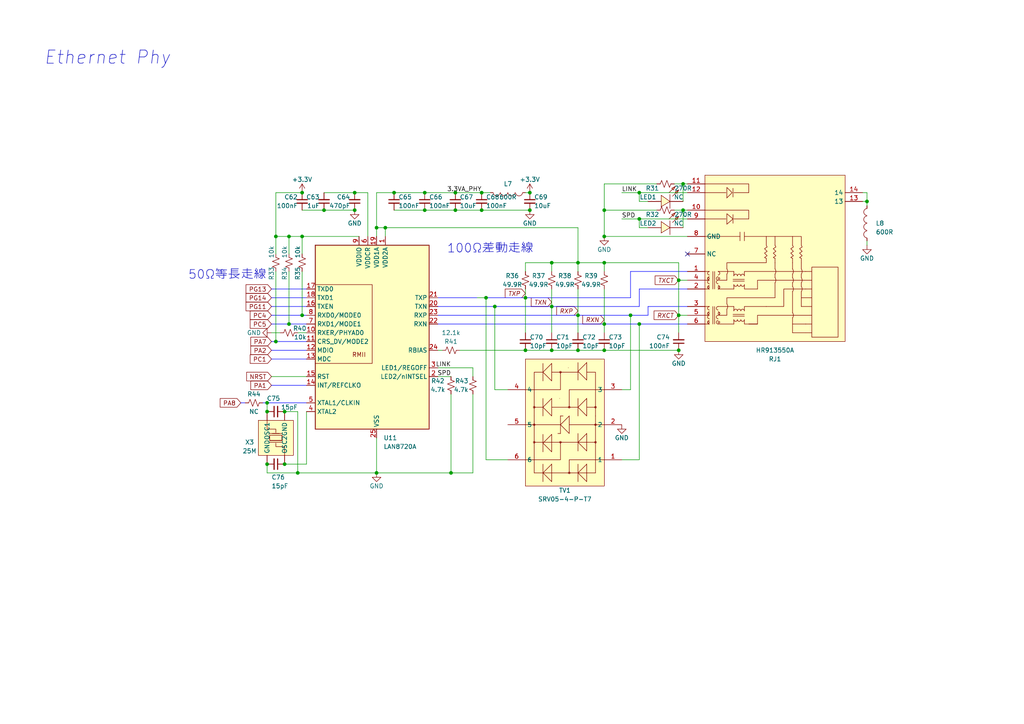
<source format=kicad_sch>
(kicad_sch (version 20211123) (generator eeschema)
  (paper "A4")
  (title_block (date "2022-10-21") (rev "100") (company "A. Chen") (comment 1 "CCTV3_F407ZET_REV100"))
  (lib_symbols
    (symbol "Interface_Ethernet:LAN8720A"
      (property "Reference" "U" (at -13.97 29.21 0))
      (property "Value" "LAN8720A" (at 15.24 29.21 0))
      (symbol "LAN8720A_0_0"
        (text "RMII" (at -5.08 -3.81 0) (effects (font (size 1.27 1.27))))
      )
      (symbol "LAN8720A_0_1"
        (rectangle (start -17.78 27.94) (end 15.24 -25.4) (stroke (width 0.254)) (fill (type background)))
        (polyline (pts (xy -17.78 -6.35) (xy -1.27 -6.35) (xy -1.27 16.51) (xy -17.78 16.51)))
      )
      (symbol "LAN8720A_1_1"
        (pin power_in line (at 2.54 30.48 270) (length 2.54) (name "VDD2A") (number "1"))
        (pin output line (at -20.32 2.54 0) (length 2.54) (name "RXER/PHYAD0") (number "10"))
        (pin output line (at -20.32 0 0) (length 2.54) (name "CRS_DV/MODE2") (number "11"))
        (pin bidirectional line (at -20.32 -2.54 0) (length 2.54) (name "MDIO") (number "12"))
        (pin input line (at -20.32 -5.08 0) (length 2.54) (name "MDC") (number "13"))
        (pin output line (at -20.32 -12.7 0) (length 2.54) (name "INT/REFCLKO") (number "14"))
        (pin input line (at -20.32 -10.16 0) (length 2.54) (name "RST") (number "15"))
        (pin input line (at -20.32 10.16 0) (length 2.54) (name "TXEN") (number "16"))
        (pin input line (at -20.32 15.24 0) (length 2.54) (name "TXD0") (number "17"))
        (pin input line (at -20.32 12.7 0) (length 2.54) (name "TXD1") (number "18"))
        (pin power_in line (at 0 30.48 270) (length 2.54) (name "VDD1A") (number "19"))
        (pin bidirectional line (at 17.78 -10.16 180) (length 2.54) (name "LED2/nINTSEL") (number "2"))
        (pin output line (at 17.78 10.16 180) (length 2.54) (name "TXN") (number "20"))
        (pin output line (at 17.78 12.7 180) (length 2.54) (name "TXP") (number "21"))
        (pin output line (at 17.78 5.08 180) (length 2.54) (name "RXN") (number "22"))
        (pin output line (at 17.78 7.62 180) (length 2.54) (name "RXP") (number "23"))
        (pin input line (at 17.78 -2.54 180) (length 2.54) (name "RBIAS") (number "24"))
        (pin power_in line (at 0 -27.94 90) (length 2.54) (name "VSS") (number "25"))
        (pin bidirectional line (at 17.78 -7.62 180) (length 2.54) (name "LED1/REGOFF") (number "3"))
        (pin passive line (at -20.32 -20.32 0) (length 2.54) (name "XTAL2") (number "4"))
        (pin passive line (at -20.32 -17.78 0) (length 2.54) (name "XTAL1/CLKIN") (number "5"))
        (pin power_in line (at -2.54 30.48 270) (length 2.54) (name "VDDCR") (number "6"))
        (pin output line (at -20.32 5.08 0) (length 2.54) (name "RXD1/MODE1") (number "7"))
        (pin output line (at -20.32 7.62 0) (length 2.54) (name "RXD0/MODE0") (number "8"))
        (pin power_in line (at -5.08 30.48 270) (length 2.54) (name "VDDIO") (number "9"))
      )
    )
    (symbol "lcsc_parts:0603White light_C2290" (pin_numbers hide) (pin_names hide)
      (property "Reference" "LED" (at 0 3.81 0))
      (property "Value" "0603White light_C2290" (at 0 -6.35 0))
      (symbol "0603White light_C2290_0_1"
        (polyline (pts (xy 1.02 1.27) (xy 2.79 3.05)))
        (polyline (pts (xy 1.27 0.76) (xy 1.27 -3.3)))
        (polyline (pts (xy 2.03 0.25) (xy 3.81 2.03)))
        (polyline (pts (xy -1.27 -2.79) (xy 1.27 -1.27) (xy -1.27 0.51) (xy -1.27 -2.79)) (fill (type background)))
        (polyline (pts (xy 2.79 3.05) (xy 1.78 2.54) (xy 2.29 2.03) (xy 2.79 3.05)) (fill (type background)))
        (polyline (pts (xy 3.81 2.03) (xy 2.79 1.52) (xy 3.3 1.02) (xy 3.81 2.03)) (fill (type background)))
        (pin unspecified line (at -5.08 -1.27 0) (length 3.81) (name "A") (number "1"))
        (pin unspecified line (at 5.08 -1.27 180) (length 3.81) (name "K") (number "2"))
      )
    )
    (symbol "lcsc_parts:Cap" (pin_numbers hide) (pin_names (offset 0.254) hide)
      (property "Reference" "C" (at 0.254 1.778 0))
      (property "Value" "Cap" (at 0.254 -2.032 0))
      (symbol "Cap_0_1"
        (polyline (pts (xy -1.524 -0.508) (xy 1.524 -0.508)) (stroke (width 0.3302)))
        (polyline (pts (xy -1.524 0.508) (xy 1.524 0.508)) (stroke (width 0.3048)))
      )
      (symbol "Cap_1_1"
        (pin passive line (at 0 2.54 270) (length 2.032) (name "~") (number "1"))
        (pin passive line (at 0 -2.54 90) (length 2.032) (name "~") (number "2"))
      )
    )
    (symbol "lcsc_parts:GZ1608D601TF" (pin_numbers hide) (pin_names hide)
      (property "Reference" "L" (at 0 5.08 0))
      (property "Value" "GZ1608D601TF" (at 0 -5.08 0))
      (symbol "GZ1608D601TF_0_1"
        (arc (start -4.29 -0.02) (mid -2.52 -0.79) (end -2.27 -0.02))
        (arc (start -2.13 -0.02) (mid -0.36 -0.79) (end -0.11 -0.02))
        (arc (start 0.02 -0.02) (mid 1.79 -0.79) (end 2.04 -0.02))
        (arc (start 2.21 -0.02) (mid 3.3 -1.12) (end 4.23 -0.02))
        (pin unspecified line (at -5.08 0 0) (length 0.762) (name "1") (number "1"))
        (pin unspecified line (at 5.08 0 180) (length 0.762) (name "2") (number "2"))
      )
    )
    (symbol "lcsc_parts:HR913550A"
      (property "Reference" "RJ" (at 0 24.13 0))
      (property "Value" "HR913550A" (at 0 -26.67 0))
      (symbol "HR913550A_0_1"
        (rectangle (start -20.32 24.13) (end 20.32 -24.13) (fill (type background)))
        (circle (center -19.3 5.84) (radius 0.25))
        (circle (center -19.3 8.38) (radius 0.25))
        (circle (center -19.3 16) (radius 0.25))
        (circle (center -19.3 18.54) (radius 0.25))
        (arc (start -19.05 4.83) (mid -19.5499 4.32) (end -19.05 3.81))
        (arc (start -19.05 6.35) (mid -19.5552 5.84) (end -19.05 5.33))
        (arc (start -19.05 7.37) (mid -19.5552 6.86) (end -19.05 6.35))
        (arc (start -19.05 8.89) (mid -19.5697 8.38) (end -19.05 7.87))
        (arc (start -19.05 14.99) (mid -19.5552 14.48) (end -19.05 13.97))
        (arc (start -19.05 16.51) (mid -19.5697 16) (end -19.05 15.49))
        (arc (start -19.05 17.53) (mid -19.5552 17.02) (end -19.05 16.51))
        (arc (start -19.05 19.05) (mid -19.5552 18.54) (end -19.05 18.03))
        (arc (start -16.51 3.81) (mid -15.9897 4.32) (end -16.51 4.83))
        (arc (start -16.51 6.35) (mid -16.97 6.05) (end -16.51 5.33))
        (arc (start -16.51 7.37) (mid -16.97 7.07) (end -16.51 6.35))
        (arc (start -16.51 7.87) (mid -16.0095 8.38) (end -16.51 8.89))
        (arc (start -16.51 14.99) (mid -16.97 14.69) (end -16.51 13.97))
        (arc (start -16.51 15.49) (mid -16.0095 16) (end -16.51 16.51))
        (arc (start -16.51 17.53) (mid -16.97 17.23) (end -16.51 16.51))
        (arc (start -16.51 19.05) (mid -16.97 18.75) (end -16.51 18.03))
        (circle (center -16.26 5.84) (radius 0.25))
        (circle (center -16.26 8.38) (radius 0.25))
        (circle (center -16.26 16) (radius 0.25))
        (circle (center -16.26 18.54) (radius 0.25))
        (arc (start -13.98 3.06) (mid -11.6831 3.7998) (end -13.97 4.57))
        (arc (start -13.98 13.22) (mid -11.6831 13.9598) (end -13.97 14.73))
        (arc (start -11.94 5.08) (mid -11.43 4.5594) (end -10.92 5.08))
        (arc (start -11.94 15.24) (mid -11.43 14.7194) (end -10.92 15.24))
        (arc (start -10.92 5.08) (mid -10.415 4.5874) (end -9.91 5.08))
        (arc (start -10.92 7.62) (mid -11.43 8.1196) (end -11.94 7.62))
        (arc (start -10.92 15.24) (mid -10.415 14.7474) (end -9.91 15.24))
        (arc (start -10.92 17.78) (mid -11.43 18.2796) (end -11.94 17.78))
        (arc (start -9.91 5.08) (mid -9.4 4.5594) (end -8.89 5.08))
        (arc (start -9.91 7.62) (mid -10.415 8.1378) (end -10.92 7.62))
        (arc (start -9.91 15.24) (mid -9.4 14.7194) (end -8.89 15.24))
        (arc (start -9.91 17.78) (mid -10.415 18.2978) (end -10.92 17.78))
        (arc (start -8.89 7.62) (mid -9.4 8.1196) (end -9.91 7.62))
        (arc (start -8.89 17.78) (mid -9.4 18.2796) (end -9.91 17.78))
        (arc (start -0.01 3.06) (mid 2.2869 3.7998) (end 0 4.57))
        (arc (start -0.01 5.6) (mid 2.2869 6.3398) (end 0 7.11))
        (polyline (pts (xy -20.32 6.35) (xy -19.05 6.35)))
        (polyline (pts (xy -20.32 16.51) (xy -19.05 16.51)))
        (polyline (pts (xy -19.05 3.81) (xy -20.32 3.81)))
        (polyline (pts (xy -19.05 8.89) (xy -20.32 8.89)))
        (polyline (pts (xy -19.05 13.97) (xy -20.32 13.97)))
        (polyline (pts (xy -19.05 19.05) (xy -20.32 19.05)))
        (polyline (pts (xy -18.03 8.89) (xy -18.03 3.81)))
        (polyline (pts (xy -18.03 19.05) (xy -18.03 13.97)))
        (polyline (pts (xy -17.53 8.89) (xy -17.53 3.81)))
        (polyline (pts (xy -17.53 19.05) (xy -17.53 13.97)))
        (polyline (pts (xy -16.51 3.81) (xy -11.94 3.81)))
        (polyline (pts (xy -16.51 8.89) (xy -11.94 8.89)))
        (polyline (pts (xy -16.51 13.97) (xy -11.94 13.97)))
        (polyline (pts (xy -16.51 19.05) (xy -11.94 19.05)))
        (polyline (pts (xy -14.22 -19.05) (xy -20.32 -19.05)))
        (polyline (pts (xy -14.22 -11.43) (xy -20.32 -11.43)))
        (polyline (pts (xy -13.97 6.35) (xy -16.51 6.35)))
        (polyline (pts (xy -13.97 6.35) (xy -13.97 4.57)))
        (polyline (pts (xy -13.97 16.51) (xy -16.51 16.51)))
        (polyline (pts (xy -13.97 16.51) (xy -13.97 14.73)))
        (polyline (pts (xy -12.19 -17.78) (xy -12.19 -20.32)))
        (polyline (pts (xy -12.19 -10.16) (xy -12.19 -12.7)))
        (polyline (pts (xy -12.19 6.1) (xy -8.89 6.1)))
        (polyline (pts (xy -12.19 6.6) (xy -8.89 6.6)))
        (polyline (pts (xy -12.19 16.26) (xy -8.89 16.26)))
        (polyline (pts (xy -12.19 16.76) (xy -8.89 16.76)))
        (polyline (pts (xy -11.94 -19.05) (xy -7.62 -19.05)))
        (polyline (pts (xy -11.94 -11.43) (xy -7.62 -11.43)))
        (polyline (pts (xy -11.94 5.08) (xy -11.94 3.81)))
        (polyline (pts (xy -11.94 8.89) (xy -11.94 7.62)))
        (polyline (pts (xy -11.94 15.24) (xy -11.94 13.97)))
        (polyline (pts (xy -11.94 19.05) (xy -11.94 17.78)))
        (polyline (pts (xy -10.16 -6.35) (xy -20.32 -6.35)))
        (polyline (pts (xy -10.16 -5.08) (xy -10.16 -7.62)))
        (polyline (pts (xy -8.89 -5.08) (xy -8.89 -7.62)))
        (polyline (pts (xy -2.54 -3.81) (xy -2.54 -6.35)))
        (polyline (pts (xy -2.54 1.27) (xy -2.54 0)))
        (polyline (pts (xy -2.54 11.43) (xy 0 11.43)))
        (polyline (pts (xy 0 -3.81) (xy 0 -6.35)))
        (polyline (pts (xy 0 1.27) (xy 0 0)))
        (polyline (pts (xy 0 3.05) (xy 0 1.27)))
        (polyline (pts (xy 0 5.59) (xy 0 4.57)))
        (polyline (pts (xy 0 11.43) (xy 0 7.11)))
        (polyline (pts (xy 5.08 -3.81) (xy 5.08 -6.35)))
        (polyline (pts (xy 5.08 1.27) (xy 5.08 0)))
        (polyline (pts (xy 5.08 3.05) (xy 5.08 1.27)))
        (polyline (pts (xy 5.08 5.59) (xy 5.08 4.57)))
        (polyline (pts (xy 5.08 8.13) (xy 5.08 7.11)))
        (polyline (pts (xy 5.08 15.75) (xy 5.08 9.65)))
        (polyline (pts (xy 5.08 19.05) (xy 8.89 19.05)))
        (polyline (pts (xy 5.08 21.59) (xy 5.08 17.27)))
        (polyline (pts (xy 5.08 21.59) (xy 8.89 21.59)))
        (polyline (pts (xy 7.62 -3.81) (xy 7.62 -5.08)))
        (polyline (pts (xy 7.62 1.27) (xy 7.62 0)))
        (polyline (pts (xy 7.62 3.05) (xy 7.62 1.27)))
        (polyline (pts (xy 7.62 5.59) (xy 7.62 4.57)))
        (polyline (pts (xy 7.62 8.13) (xy 7.62 7.11)))
        (polyline (pts (xy 7.62 11.43) (xy 7.62 9.65)))
        (polyline (pts (xy 7.62 11.43) (xy 7.62 13.97)))
        (polyline (pts (xy 10.67 3.81) (xy 8.89 3.81)))
        (polyline (pts (xy 10.67 6.35) (xy 8.89 6.35)))
        (polyline (pts (xy 10.67 8.89) (xy 8.89 8.89)))
        (polyline (pts (xy 10.67 11.43) (xy 7.62 11.43)))
        (polyline (pts (xy 10.67 13.97) (xy 7.62 13.97)))
        (polyline (pts (xy 10.67 16.51) (xy 8.89 16.51)))
        (polyline (pts (xy 10.67 19.05) (xy 8.89 19.05)))
        (polyline (pts (xy 10.67 21.59) (xy 8.89 21.59)))
        (polyline (pts (xy -13.97 3.05) (xy -13.97 1.27) (xy -2.54 1.27)))
        (polyline (pts (xy -13.97 13.21) (xy -13.97 11.43) (xy -2.54 11.43)))
        (polyline (pts (xy -8.89 5.08) (xy -8.89 3.81) (xy 8.89 3.81)))
        (polyline (pts (xy -8.89 7.62) (xy -8.89 8.89) (xy -5.08 8.89)))
        (polyline (pts (xy -8.89 15.24) (xy -8.89 13.97) (xy -2.54 13.97)))
        (polyline (pts (xy -8.89 17.78) (xy -8.89 19.05) (xy -5.08 19.05)))
        (polyline (pts (xy -7.62 -19.05) (xy -7.62 -21.59) (xy -20.32 -21.59)))
        (polyline (pts (xy -7.62 -11.43) (xy -7.62 -13.97) (xy -20.32 -13.97)))
        (polyline (pts (xy -5.08 8.89) (xy -5.08 6.35) (xy 8.89 6.35)))
        (polyline (pts (xy 7.62 -5.08) (xy 7.62 -6.35) (xy -8.89 -6.35)))
        (polyline (pts (xy -13.97 -17.53) (xy -13.97 -20.57) (xy -12.45 -19.05) (xy -13.97 -17.53)) (fill (type background)))
        (polyline (pts (xy -13.97 -9.91) (xy -13.97 -12.95) (xy -12.19 -11.43) (xy -13.97 -9.91)) (fill (type background)))
        (polyline (pts (xy -7.62 19.05) (xy -5.08 19.05) (xy -5.08 16.51) (xy 8.89 16.51)))
        (polyline (pts (xy -2.54 13.97) (xy 2.54 13.97) (xy 2.54 8.89) (xy 8.89 8.89)))
        (polyline (pts (xy 10.67 22.86) (xy 18.29 22.86) (xy 18.29 2.54) (xy 10.67 2.54) (xy 10.67 22.86)) (fill (type background)))
        (polyline (pts (xy -2.54 0) (xy -3.05 -0.25) (xy -2.29 -0.76) (xy -3.05 -1.52) (xy -2.29 -2.03) (xy -3.05 -2.79) (xy -2.29 -3.3) (xy -2.54 -3.81)))
        (polyline (pts (xy 0 0) (xy -0.51 -0.25) (xy 0.25 -0.76) (xy -0.51 -1.52) (xy 0.25 -2.03) (xy -0.51 -2.79) (xy 0.25 -3.3) (xy 0 -3.81)))
        (polyline (pts (xy 5.08 0) (xy 4.57 -0.25) (xy 5.33 -0.76) (xy 4.57 -1.52) (xy 5.33 -2.03) (xy 4.57 -2.79) (xy 5.33 -3.3) (xy 5.08 -3.81)))
        (polyline (pts (xy 7.62 0) (xy 7.11 -0.25) (xy 7.87 -0.76) (xy 7.11 -1.52) (xy 7.87 -2.03) (xy 7.11 -2.79) (xy 7.87 -3.3) (xy 7.62 -3.81)))
        (arc (start 5.07 3.06) (mid 7.3675 3.7994) (end 5.08 4.57))
        (arc (start 5.07 5.6) (mid 7.3675 6.3394) (end 5.08 7.11))
        (arc (start 5.07 8.14) (mid 7.3675 8.8794) (end 5.08 9.65))
        (arc (start 5.07 15.76) (mid 7.3675 16.4994) (end 5.08 17.27))
        (arc (start 7.61 3.06) (mid 9.9075 3.7994) (end 7.62 4.57))
        (arc (start 7.61 5.6) (mid 9.9075 6.3394) (end 7.62 7.11))
        (arc (start 7.61 8.14) (mid 9.9075 8.8794) (end 7.62 9.65))
        (pin unspecified line (at -25.4 3.81 0) (length 5.08) (name "") (number "1"))
        (pin unspecified line (at -25.4 -13.97 0) (length 5.08) (name "") (number "10"))
        (pin unspecified line (at -25.4 -21.59 0) (length 5.08) (name "") (number "11"))
        (pin unspecified line (at -25.4 -19.05 0) (length 5.08) (name "") (number "12"))
        (pin unspecified line (at 25.4 -16.51 180) (length 5.08) (name "13") (number "13"))
        (pin unspecified line (at 25.4 -19.05 180) (length 5.08) (name "14") (number "14"))
        (pin unspecified line (at -25.4 8.89 0) (length 5.08) (name "") (number "2"))
        (pin unspecified line (at -25.4 13.97 0) (length 5.08) (name "") (number "3"))
        (pin unspecified line (at -25.4 6.35 0) (length 5.08) (name "") (number "4"))
        (pin unspecified line (at -25.4 16.51 0) (length 5.08) (name "") (number "5"))
        (pin unspecified line (at -25.4 19.05 0) (length 5.08) (name "") (number "6"))
        (pin unspecified line (at -25.4 -1.27 0) (length 5.08) (name "NC") (number "7"))
        (pin unspecified line (at -25.4 -6.35 0) (length 5.08) (name "GND") (number "8"))
        (pin unspecified line (at -25.4 -11.43 0) (length 5.08) (name "") (number "9"))
      )
    )
    (symbol "lcsc_parts:Osc_25M_12pF" (pin_numbers hide)
      (property "Reference" "X" (at 0 7.62 0))
      (property "Value" "Osc_25M_12pF" (at 0 -7.62 0))
      (symbol "Osc_25M_12pF_0_1"
        (rectangle (start -5.08 5.08) (end 5.08 -5.08) (fill (type background)))
        (polyline (pts (xy -1.27 -1.78) (xy -1.27 1.78)))
        (polyline (pts (xy -1.27 -1.02) (xy -1.27 1.02)))
        (polyline (pts (xy 0.76 -1.78) (xy -0.76 -1.78)))
        (polyline (pts (xy 1.27 -1.78) (xy 1.27 1.78)))
        (polyline (pts (xy 1.27 -1.02) (xy 1.27 1.02)))
        (polyline (pts (xy -5.08 -2.54) (xy -2.54 -2.54) (xy -2.54 0) (xy -1.52 0)))
        (polyline (pts (xy -0.76 -1.78) (xy -0.76 1.78) (xy 0.76 1.78) (xy 0.76 -1.78)))
        (polyline (pts (xy 5.08 2.54) (xy 2.54 2.54) (xy 2.54 0) (xy 1.52 0)))
        (polyline (pts (xy 0.76 1.78) (xy 0.76 -1.78) (xy -0.76 -1.78) (xy -0.76 1.78) (xy 0.76 1.78)) (fill (type background)))
        (pin unspecified line (at -7.62 -2.54 0) (length 2.54) (name "OSC1") (number "1"))
        (pin unspecified line (at 7.62 -2.54 180) (length 2.54) (name "GND") (number "2"))
        (pin unspecified line (at 7.62 2.54 180) (length 2.54) (name "OSC2") (number "3"))
        (pin unspecified line (at -7.62 2.54 0) (length 2.54) (name "GND") (number "4"))
      )
    )
    (symbol "lcsc_parts:Res" (pin_numbers hide) (pin_names (offset 0.254) hide)
      (property "Reference" "R" (at 0.762 0.508 0))
      (property "Value" "Res" (at 0.762 -1.016 0))
      (symbol "Res_1_1"
        (polyline (pts (xy 0 0) (xy 1.016 -0.381) (xy 0 -0.762) (xy -1.016 -1.143) (xy 0 -1.524)))
        (polyline (pts (xy 0 1.524) (xy 1.016 1.143) (xy 0 0.762) (xy -1.016 0.381) (xy 0 0)))
        (pin passive line (at 0 2.54 270) (length 1.016) (name "~") (number "1"))
        (pin passive line (at 0 -2.54 90) (length 1.016) (name "~") (number "2"))
      )
    )
    (symbol "lcsc_parts:SRV05-4-P-T7"
      (property "Reference" "TV" (at 0 13.97 0))
      (property "Value" "SRV05-4-P-T7" (at 0 -16.51 0))
      (symbol "SRV05-4-P-T7_0_1"
        (rectangle (start -11.43 17.78) (end 11.43 -19.05) (fill (type background)))
        (circle (center -8.89 -6.35) (radius 0.25))
        (circle (center -8.89 -1.27) (radius 0.25))
        (circle (center -8.89 3.81) (radius 0.25))
        (arc (start -1.52 6.35) (mid -1.47 6.6) (end -1.52 6.35))
        (circle (center -1.27 -6.35) (radius 0.25))
        (circle (center -1.27 13.97) (radius 0.25))
        (polyline (pts (xy -8.89 -15.24) (xy -8.89 1.27)))
        (polyline (pts (xy -8.89 -1.27) (xy -11.43 -1.27)))
        (polyline (pts (xy -8.89 8.89) (xy -11.43 8.89)))
        (polyline (pts (xy -6.35 -17.78) (xy -6.35 -12.7)))
        (polyline (pts (xy -6.35 -9.14) (xy -6.35 -4.06)))
        (polyline (pts (xy -6.35 1.27) (xy -6.35 6.35)))
        (polyline (pts (xy -6.35 11.43) (xy -6.35 16.51)))
        (polyline (pts (xy -2.54 8.89) (xy -2.54 8.89)) (fill (type background)))
        (polyline (pts (xy -2.03 -3.81) (xy -1.27 -3.81)))
        (polyline (pts (xy -1.27 -6.35) (xy -8.89 -6.35)))
        (polyline (pts (xy -1.27 -3.81) (xy -1.27 1.27)))
        (polyline (pts (xy -1.27 -1.27) (xy -8.89 -1.27)))
        (polyline (pts (xy -1.27 1.27) (xy -0.51 1.27)))
        (polyline (pts (xy 3.81 -17.78) (xy 3.81 -12.7)))
        (polyline (pts (xy 3.81 -8.89) (xy 3.81 -3.81)))
        (polyline (pts (xy 3.81 1.27) (xy 3.81 6.35)))
        (polyline (pts (xy 3.81 3.81) (xy -3.81 3.81)))
        (polyline (pts (xy 3.81 11.68) (xy 3.81 16.76)))
        (polyline (pts (xy 3.81 13.97) (xy -3.81 13.97)))
        (polyline (pts (xy 8.89 -15.24) (xy -8.89 -15.24)))
        (polyline (pts (xy 8.89 -15.24) (xy 8.89 1.27)))
        (polyline (pts (xy 8.89 -6.35) (xy -1.27 -6.35)))
        (polyline (pts (xy 11.43 -1.27) (xy 1.27 -1.27)))
        (polyline (pts (xy -6.35 3.81) (xy -8.89 3.81) (xy -8.89 1.27)))
        (polyline (pts (xy -6.35 13.97) (xy -8.89 13.97) (xy -8.89 3.81)))
        (polyline (pts (xy -1.27 -6.35) (xy -1.27 -11.43) (xy -11.43 -11.43)))
        (polyline (pts (xy -1.27 13.97) (xy -1.27 8.89) (xy -8.89 8.89)))
        (polyline (pts (xy 1.27 -15.24) (xy 1.27 -11.43) (xy 11.43 -11.43)))
        (polyline (pts (xy 1.27 3.81) (xy 1.27 8.89) (xy 11.43 8.89)))
        (polyline (pts (xy 6.35 3.81) (xy 8.89 3.81) (xy 8.89 1.27)))
        (polyline (pts (xy 8.89 3.81) (xy 8.89 13.97) (xy 6.35 13.97)))
        (polyline (pts (xy -3.81 -12.7) (xy -6.35 -15.24) (xy -3.81 -17.78) (xy -3.81 -12.7)) (fill (type background)))
        (polyline (pts (xy -3.81 -4.06) (xy -6.35 -6.6) (xy -3.81 -9.14) (xy -3.81 -4.06)) (fill (type background)))
        (polyline (pts (xy -3.81 6.35) (xy -6.35 3.81) (xy -3.81 1.27) (xy -3.81 6.35)) (fill (type background)))
        (polyline (pts (xy -3.81 16.51) (xy -6.35 13.97) (xy -3.81 11.43) (xy -3.81 16.51)) (fill (type background)))
        (polyline (pts (xy 1.27 1.27) (xy -1.27 -1.27) (xy 1.27 -3.81) (xy 1.27 1.27)) (fill (type background)))
        (polyline (pts (xy 6.35 -12.7) (xy 3.81 -15.24) (xy 6.35 -17.78) (xy 6.35 -12.7)) (fill (type background)))
        (polyline (pts (xy 6.35 -3.81) (xy 3.81 -6.35) (xy 6.35 -8.89) (xy 6.35 -3.81)) (fill (type background)))
        (polyline (pts (xy 6.35 6.35) (xy 3.81 3.81) (xy 6.35 1.27) (xy 6.35 6.35)) (fill (type background)))
        (polyline (pts (xy 6.35 16.76) (xy 3.81 14.22) (xy 6.35 11.68) (xy 6.35 16.76)) (fill (type background)))
        (arc (start 1.02 15.24) (mid 1.07 15.49) (end 1.02 15.24))
        (circle (center 1.27 -15.24) (radius 0.25))
        (circle (center 1.27 3.81) (radius 0.25))
        (circle (center 8.89 -6.35) (radius 0.25))
        (circle (center 8.89 -1.27) (radius 0.25))
        (circle (center 8.89 3.81) (radius 0.25))
        (pin input line (at 16.51 -11.43 180) (length 5.08) (name "1") (number "1"))
        (pin input line (at 16.51 -1.27 180) (length 5.08) (name "2") (number "2"))
        (pin input line (at 16.51 8.89 180) (length 5.08) (name "3") (number "3"))
        (pin input line (at -16.51 8.89 0) (length 5.08) (name "4") (number "4"))
        (pin input line (at -16.51 -1.27 0) (length 5.08) (name "5") (number "5"))
        (pin input line (at -16.51 -11.43 0) (length 5.08) (name "6") (number "6"))
      )
    )
    (symbol "power:+3.3V" (power) (pin_names (offset 0))
      (property "Value" "+3.3V" (at 0 3.556 0))
      (symbol "+3.3V_0_1"
        (polyline (pts (xy -0.762 1.27) (xy 0 2.54)))
        (polyline (pts (xy 0 0) (xy 0 2.54)))
        (polyline (pts (xy 0 2.54) (xy 0.762 1.27)))
      )
      (symbol "+3.3V_1_1"
        (pin power_in line (at 0 0 90) (length 0) hide (name "+3.3V") (number "1"))
      )
    )
    (symbol "power:GND" (power) (pin_names (offset 0))
      (property "Value" "GND" (at 0 -3.81 0))
      (symbol "GND_0_1"
        (polyline (pts (xy 0 0) (xy 0 -1.27) (xy 1.27 -1.27) (xy 0 -2.54) (xy -1.27 -1.27) (xy 0 -1.27)))
      )
      (symbol "GND_1_1"
        (pin power_in line (at 0 0 270) (length 0) hide (name "GND") (number "1"))
      )
    )
  )
  (junction (at 102.87 60.96))
  (junction (at 153.67 55.88))
  (junction (at 152.4 101.6))
  (junction (at 185.42 55.88))
  (junction (at 132.08 60.96))
  (junction (at 114.3 55.88))
  (junction (at 185.42 63.5))
  (junction (at 83.82 93.98))
  (junction (at 77.47 119.38))
  (junction (at 143.51 88.9))
  (junction (at 198.12 60.96))
  (junction (at 123.19 60.96))
  (junction (at 87.63 55.88))
  (junction (at 130.81 137.16))
  (junction (at 109.22 137.16))
  (junction (at 83.82 68.58))
  (junction (at 139.7 55.88))
  (junction (at 196.85 91.44))
  (junction (at 152.4 86.36))
  (junction (at 93.98 60.96))
  (junction (at 140.97 86.36))
  (junction (at 87.63 91.44))
  (junction (at 167.64 76.2))
  (junction (at 109.22 66.04))
  (junction (at 86.36 137.16))
  (junction (at 175.26 101.6))
  (junction (at 182.88 91.44))
  (junction (at 87.63 68.58))
  (junction (at 160.02 88.9))
  (junction (at 167.64 91.44))
  (junction (at 175.26 68.58))
  (junction (at 196.85 101.6))
  (junction (at 153.67 60.96))
  (junction (at 77.47 116.84))
  (junction (at 196.85 81.28))
  (junction (at 251.46 58.42))
  (junction (at 82.55 119.38))
  (junction (at 123.19 55.88))
  (junction (at 167.64 101.6))
  (junction (at 175.26 93.98))
  (junction (at 80.01 99.06))
  (junction (at 80.01 68.58))
  (junction (at 82.55 134.62))
  (junction (at 111.76 66.04))
  (junction (at 175.26 76.2))
  (junction (at 160.02 76.2))
  (junction (at 102.87 55.88))
  (junction (at 185.42 93.98))
  (junction (at 132.08 55.88))
  (junction (at 160.02 101.6))
  (junction (at 175.26 60.96))
  (junction (at 139.7 60.96))
  (junction (at 77.47 134.62))
  (junction (at 198.12 53.34))
  (no_connect (at 199.39 73.66))
  (wire (pts (xy 77.47 116.84) (xy 77.47 119.38)))
  (wire (pts (xy 140.97 86.36) (xy 140.97 133.35)))
  (wire (pts (xy 137.16 106.68) (xy 137.16 109.22)))
  (wire (pts (xy 109.22 66.04) (xy 111.76 66.04)))
  (wire (pts (xy 199.39 53.34) (xy 198.12 53.34)))
  (wire (pts (xy 190.5 53.34) (xy 175.26 53.34)))
  (wire (pts (xy 143.51 88.9) (xy 160.02 88.9)) (stroke (width 0) (color 0 0 255 1)))
  (wire (pts (xy 198.12 53.34) (xy 198.12 58.42)))
  (wire (pts (xy 180.34 63.5) (xy 185.42 63.5)))
  (wire (pts (xy 167.64 66.04) (xy 167.64 76.2)))
  (wire (pts (xy 78.74 91.44) (xy 87.63 91.44)) (stroke (width 0) (color 0 0 255 1)))
  (wire (pts (xy 127 109.22) (xy 130.81 109.22)))
  (wire (pts (xy 78.74 93.98) (xy 83.82 93.98)) (stroke (width 0) (color 0 0 255 1)))
  (wire (pts (xy 160.02 88.9) (xy 160.02 96.52)))
  (wire (pts (xy 152.4 55.88) (xy 153.67 55.88)))
  (wire (pts (xy 69.85 116.84) (xy 71.12 116.84)) (stroke (width 0) (color 0 0 255 1)))
  (wire (pts (xy 196.85 91.44) (xy 199.39 91.44)))
  (wire (pts (xy 185.42 88.9) (xy 185.42 83.82)) (stroke (width 0) (color 0 0 255 1)))
  (wire (pts (xy 127 88.9) (xy 143.51 88.9)) (stroke (width 0) (color 0 0 255 1)))
  (wire (pts (xy 80.01 78.74) (xy 80.01 99.06)))
  (wire (pts (xy 152.4 78.74) (xy 152.4 76.2)))
  (wire (pts (xy 83.82 93.98) (xy 88.9 93.98)) (stroke (width 0) (color 0 0 255 1)))
  (wire (pts (xy 127 93.98) (xy 175.26 93.98)) (stroke (width 0) (color 0 0 255 1)))
  (wire (pts (xy 132.08 60.96) (xy 139.7 60.96)))
  (wire (pts (xy 167.64 76.2) (xy 167.64 78.74)))
  (wire (pts (xy 152.4 86.36) (xy 152.4 96.52)))
  (wire (pts (xy 167.64 101.6) (xy 175.26 101.6)))
  (wire (pts (xy 251.46 58.42) (xy 251.46 55.88)))
  (wire (pts (xy 83.82 68.58) (xy 87.63 68.58)))
  (wire (pts (xy 152.4 83.82) (xy 152.4 86.36)))
  (wire (pts (xy 180.34 55.88) (xy 185.42 55.88)))
  (wire (pts (xy 83.82 78.74) (xy 83.82 93.98)))
  (wire (pts (xy 114.3 55.88) (xy 123.19 55.88)))
  (wire (pts (xy 185.42 93.98) (xy 185.42 133.35)))
  (wire (pts (xy 185.42 66.04) (xy 187.96 66.04)))
  (wire (pts (xy 78.74 83.82) (xy 88.9 83.82)) (stroke (width 0) (color 0 0 255 1)))
  (wire (pts (xy 175.26 83.82) (xy 175.26 93.98)))
  (wire (pts (xy 152.4 76.2) (xy 160.02 76.2)))
  (wire (pts (xy 80.01 73.66) (xy 80.01 68.58)))
  (wire (pts (xy 185.42 133.35) (xy 180.34 133.35)))
  (wire (pts (xy 251.46 71.12) (xy 251.46 69.85)))
  (wire (pts (xy 80.01 99.06) (xy 88.9 99.06)) (stroke (width 0) (color 0 0 255 1)))
  (wire (pts (xy 160.02 76.2) (xy 160.02 78.74)))
  (wire (pts (xy 77.47 116.84) (xy 88.9 116.84)) (stroke (width 0) (color 0 0 255 1)))
  (wire (pts (xy 139.7 60.96) (xy 153.67 60.96)))
  (wire (pts (xy 87.63 91.44) (xy 88.9 91.44)) (stroke (width 0) (color 0 0 255 1)))
  (wire (pts (xy 198.12 53.34) (xy 195.58 53.34)))
  (wire (pts (xy 87.63 78.74) (xy 87.63 91.44)))
  (wire (pts (xy 123.19 55.88) (xy 132.08 55.88)))
  (wire (pts (xy 139.7 55.88) (xy 142.24 55.88)))
  (wire (pts (xy 167.64 76.2) (xy 175.26 76.2)))
  (wire (pts (xy 86.36 137.16) (xy 109.22 137.16)))
  (wire (pts (xy 78.74 111.76) (xy 88.9 111.76)) (stroke (width 0) (color 0 0 255 1)))
  (wire (pts (xy 185.42 83.82) (xy 199.39 83.82)) (stroke (width 0) (color 0 0 255 1)))
  (wire (pts (xy 160.02 101.6) (xy 167.64 101.6)))
  (wire (pts (xy 86.36 96.52) (xy 88.9 96.52)))
  (wire (pts (xy 106.68 55.88) (xy 106.68 68.58)))
  (wire (pts (xy 182.88 78.74) (xy 199.39 78.74)) (stroke (width 0) (color 0 0 255 1)))
  (wire (pts (xy 175.26 60.96) (xy 175.26 68.58)))
  (wire (pts (xy 182.88 86.36) (xy 182.88 78.74)) (stroke (width 0) (color 0 0 255 1)))
  (wire (pts (xy 80.01 68.58) (xy 83.82 68.58)))
  (wire (pts (xy 182.88 113.03) (xy 180.34 113.03)))
  (wire (pts (xy 109.22 55.88) (xy 114.3 55.88)))
  (wire (pts (xy 132.08 55.88) (xy 139.7 55.88)))
  (wire (pts (xy 102.87 55.88) (xy 106.68 55.88)))
  (wire (pts (xy 140.97 86.36) (xy 152.4 86.36)) (stroke (width 0) (color 0 0 255 1)))
  (wire (pts (xy 187.96 91.44) (xy 187.96 88.9)) (stroke (width 0) (color 0 0 255 1)))
  (wire (pts (xy 160.02 76.2) (xy 167.64 76.2)))
  (wire (pts (xy 185.42 58.42) (xy 187.96 58.42)))
  (wire (pts (xy 83.82 73.66) (xy 83.82 68.58)))
  (wire (pts (xy 102.87 60.96) (xy 93.98 60.96)))
  (wire (pts (xy 140.97 133.35) (xy 147.32 133.35)))
  (wire (pts (xy 196.85 91.44) (xy 196.85 96.52)))
  (wire (pts (xy 88.9 134.62) (xy 88.9 119.38)))
  (wire (pts (xy 196.85 81.28) (xy 196.85 91.44)))
  (wire (pts (xy 78.74 99.06) (xy 80.01 99.06)) (stroke (width 0) (color 0 0 255 1)))
  (wire (pts (xy 185.42 55.88) (xy 185.42 58.42)))
  (wire (pts (xy 250.19 55.88) (xy 251.46 55.88)))
  (wire (pts (xy 76.2 116.84) (xy 77.47 116.84)) (stroke (width 0) (color 0 0 255 1)))
  (wire (pts (xy 78.74 109.22) (xy 88.9 109.22)))
  (wire (pts (xy 133.35 101.6) (xy 152.4 101.6)))
  (wire (pts (xy 175.26 68.58) (xy 199.39 68.58)))
  (wire (pts (xy 87.63 55.88) (xy 80.01 55.88)))
  (wire (pts (xy 127 106.68) (xy 137.16 106.68)))
  (wire (pts (xy 187.96 88.9) (xy 199.39 88.9)) (stroke (width 0) (color 0 0 255 1)))
  (wire (pts (xy 109.22 68.58) (xy 109.22 66.04)))
  (wire (pts (xy 175.26 76.2) (xy 175.26 78.74)))
  (wire (pts (xy 175.26 101.6) (xy 196.85 101.6)))
  (wire (pts (xy 87.63 60.96) (xy 93.98 60.96)))
  (wire (pts (xy 167.64 91.44) (xy 182.88 91.44)) (stroke (width 0) (color 0 0 255 1)))
  (wire (pts (xy 82.55 119.38) (xy 86.36 119.38)))
  (wire (pts (xy 175.26 93.98) (xy 175.26 96.52)))
  (wire (pts (xy 114.3 60.96) (xy 123.19 60.96)))
  (wire (pts (xy 185.42 55.88) (xy 199.39 55.88)))
  (wire (pts (xy 143.51 88.9) (xy 143.51 113.03)))
  (wire (pts (xy 109.22 137.16) (xy 109.22 127)))
  (wire (pts (xy 137.16 137.16) (xy 137.16 114.3)))
  (wire (pts (xy 127 86.36) (xy 138.43 86.36)) (stroke (width 0) (color 0 0 255 1)))
  (wire (pts (xy 175.26 93.98) (xy 185.42 93.98)) (stroke (width 0) (color 0 0 255 1)))
  (wire (pts (xy 143.51 113.03) (xy 147.32 113.03)))
  (wire (pts (xy 78.74 88.9) (xy 88.9 88.9)) (stroke (width 0) (color 0 0 255 1)))
  (wire (pts (xy 195.58 60.96) (xy 198.12 60.96)))
  (wire (pts (xy 130.81 114.3) (xy 130.81 137.16)))
  (wire (pts (xy 123.19 60.96) (xy 132.08 60.96)))
  (wire (pts (xy 93.98 55.88) (xy 102.87 55.88)))
  (wire (pts (xy 152.4 86.36) (xy 182.88 86.36)) (stroke (width 0) (color 0 0 255 1)))
  (wire (pts (xy 175.26 60.96) (xy 190.5 60.96)))
  (wire (pts (xy 80.01 55.88) (xy 80.01 68.58)))
  (wire (pts (xy 167.64 83.82) (xy 167.64 91.44)))
  (wire (pts (xy 152.4 101.6) (xy 160.02 101.6)))
  (wire (pts (xy 78.74 104.14) (xy 88.9 104.14)) (stroke (width 0) (color 0 0 255 1)))
  (wire (pts (xy 196.85 81.28) (xy 199.39 81.28)))
  (wire (pts (xy 185.42 63.5) (xy 185.42 66.04)))
  (wire (pts (xy 185.42 93.98) (xy 199.39 93.98)) (stroke (width 0) (color 0 0 255 1)))
  (wire (pts (xy 109.22 137.16) (xy 130.81 137.16)))
  (wire (pts (xy 140.97 86.36) (xy 138.43 86.36)))
  (wire (pts (xy 167.64 91.44) (xy 167.64 96.52)))
  (wire (pts (xy 196.85 76.2) (xy 196.85 81.28)))
  (wire (pts (xy 78.74 96.52) (xy 81.28 96.52)))
  (wire (pts (xy 182.88 91.44) (xy 187.96 91.44)) (stroke (width 0) (color 0 0 255 1)))
  (wire (pts (xy 78.74 101.6) (xy 88.9 101.6)) (stroke (width 0) (color 0 0 255 1)))
  (wire (pts (xy 198.12 60.96) (xy 199.39 60.96)))
  (wire (pts (xy 160.02 83.82) (xy 160.02 88.9)))
  (wire (pts (xy 111.76 66.04) (xy 111.76 68.58)))
  (wire (pts (xy 175.26 76.2) (xy 196.85 76.2)))
  (wire (pts (xy 198.12 60.96) (xy 198.12 66.04)))
  (wire (pts (xy 77.47 137.16) (xy 77.47 134.62)))
  (wire (pts (xy 78.74 86.36) (xy 88.9 86.36)) (stroke (width 0) (color 0 0 255 1)))
  (wire (pts (xy 250.19 58.42) (xy 251.46 58.42)))
  (wire (pts (xy 87.63 68.58) (xy 104.14 68.58)))
  (wire (pts (xy 128.27 101.6) (xy 127 101.6)))
  (wire (pts (xy 111.76 66.04) (xy 167.64 66.04)))
  (wire (pts (xy 127 91.44) (xy 167.64 91.44)) (stroke (width 0) (color 0 0 255 1)))
  (wire (pts (xy 130.81 137.16) (xy 137.16 137.16)))
  (wire (pts (xy 86.36 137.16) (xy 77.47 137.16)))
  (wire (pts (xy 185.42 63.5) (xy 199.39 63.5)))
  (wire (pts (xy 182.88 91.44) (xy 182.88 113.03)))
  (wire (pts (xy 86.36 119.38) (xy 86.36 137.16)))
  (wire (pts (xy 109.22 66.04) (xy 109.22 55.88)))
  (wire (pts (xy 82.55 134.62) (xy 88.9 134.62)))
  (wire (pts (xy 160.02 88.9) (xy 185.42 88.9)) (stroke (width 0) (color 0 0 255 1)))
  (wire (pts (xy 175.26 53.34) (xy 175.26 60.96)))
  (wire (pts (xy 251.46 59.69) (xy 251.46 58.42)))
  (wire (pts (xy 87.63 73.66) (xy 87.63 68.58)))
  (text "Ethernet Phy" (at 12.7 19.05 0) (effects (font (size 3.81 3.81) italic) (justify left bottom)))
  (text "100Ω差動走線" (at 154.94 73.66 180) (effects (font (size 2.54 2.54)) (justify right bottom)))
  (text "50Ω等長走線" (at 77.47 81.28 180) (effects (font (size 2.54 2.54)) (justify right bottom)))
  (label "LINK" (at 180.34 55.88 0))
  (label "SPD" (at 130.81 109.22 180))
  (label "LINK" (at 130.81 106.68 180))
  (label "3.3VA_PHY" (at 139.7 55.88 180))
  (label "SPD" (at 180.34 63.5 0))
  (global_label "PA1" (shape input) (at 78.74 111.76 180) (property "Intersheet References" "${INTERSHEET_REFS}" (effects hide)))
  (global_label "RXCT" (shape input) (at 196.85 91.44 180) (effects (font italic)) (property "Intersheet References" "${INTERSHEET_REFS}" (effects hide)))
  (global_label "TXN" (shape input) (at 160.02 87.63 180) (effects (font italic)) (property "Intersheet References" "${INTERSHEET_REFS}" (effects hide)))
  (global_label "RXN" (shape input) (at 175.26 92.71 180) (effects (font italic)) (property "Intersheet References" "${INTERSHEET_REFS}" (effects hide)))
  (global_label "PG13" (shape input) (at 78.74 83.82 180) (property "Intersheet References" "${INTERSHEET_REFS}" (effects hide)))
  (global_label "NRST" (shape input) (at 78.74 109.22 180) (property "Intersheet References" "${INTERSHEET_REFS}" (effects hide)))
  (global_label "TXCT" (shape input) (at 196.85 81.28 180) (effects (font italic)) (property "Intersheet References" "${INTERSHEET_REFS}" (effects hide)))
  (global_label "PA8" (shape input) (at 69.85 116.84 180) (property "Intersheet References" "${INTERSHEET_REFS}" (effects hide)))
  (global_label "PG14" (shape input) (at 78.74 86.36 180) (property "Intersheet References" "${INTERSHEET_REFS}" (effects hide)))
  (global_label "PC5" (shape input) (at 78.74 93.98 180) (property "Intersheet References" "${INTERSHEET_REFS}" (effects hide)))
  (global_label "TXP" (shape input) (at 152.4 85.09 180) (effects (font italic)) (property "Intersheet References" "${INTERSHEET_REFS}" (effects hide)))
  (global_label "PC4" (shape input) (at 78.74 91.44 180) (property "Intersheet References" "${INTERSHEET_REFS}" (effects hide)))
  (global_label "PA2" (shape input) (at 78.74 101.6 180) (property "Intersheet References" "${INTERSHEET_REFS}" (effects hide)))
  (global_label "RXP" (shape input) (at 167.64 90.17 180) (effects (font italic)) (property "Intersheet References" "${INTERSHEET_REFS}" (effects hide)))
  (global_label "PA7" (shape input) (at 78.74 99.06 180) (property "Intersheet References" "${INTERSHEET_REFS}" (effects hide)))
  (global_label "PC1" (shape input) (at 78.74 104.14 180) (property "Intersheet References" "${INTERSHEET_REFS}" (effects hide)))
  (global_label "PG11" (shape input) (at 78.74 88.9 180) (property "Intersheet References" "${INTERSHEET_REFS}" (effects hide)))
  (symbol (lib_id "lcsc_parts:Res") (at 87.63 76.2 0) (unit 1)
    (property "Reference" "R35" (at 86.36 81.28 90) (effects (justify left)))
    (property "Value" "10k" (at 86.36 74.93 90) (effects (justify left)))
    (property "Footprint" "lcsc_parts:R0603" (effects hide))
    (property "Tolerance" "1%" (effects hide))
    (property "LCSC Part" "TBD" (effects hide))
  )
  (symbol (lib_id "lcsc_parts:Res") (at 73.66 116.84 90) (unit 1)
    (property "Reference" "R44" (at 73.66 114.3 90))
    (property "Value" "NC" (at 73.66 119.38 90))
    (property "Footprint" "lcsc_parts:R0603" (effects hide))
    (property "LCSC Part" "TBD" (effects hide))
  )
  (symbol (lib_id "lcsc_parts:Res") (at 83.82 76.2 0) (unit 1)
    (property "Reference" "R34" (at 82.55 81.28 90) (effects (justify left)))
    (property "Value" "10k" (at 82.55 74.93 90) (effects (justify left)))
    (property "Footprint" "lcsc_parts:R0603" (effects hide))
    (property "Tolerance" "1%" (effects hide))
    (property "LCSC Part" "TBD" (effects hide))
  )
  (symbol (lib_id "lcsc_parts:Res") (at 130.81 101.6 270) (unit 1)
    (property "Reference" "R41" (at 130.81 99.06 90))
    (property "Value" "12.1k" (at 130.81 96.52 90))
    (property "Footprint" "lcsc_parts:R0603" (effects hide))
    (property "Tolerance" "1%" (effects hide))
    (property "LCSC Part" "TBD" (effects hide))
  )
  (symbol (lib_id "power:GND") (at 180.34 123.19 0) (unit 1)
    (property "Reference" "#PWR0196" (effects hide))
    (property "Value" "GND" (at 180.34 127 0))
  )
  (symbol (lib_id "power:+3.3V") (at 87.63 55.88 0) (unit 1)
    (property "Reference" "#PWR0201" (effects hide))
    (property "Value" "+3.3V" (at 87.63 52.07 0))
  )
  (symbol (lib_id "power:GND") (at 109.22 137.16 0) (unit 1)
    (property "Reference" "#PWR0195" (effects hide))
    (property "Value" "GND" (at 109.22 140.97 0))
  )
  (symbol (lib_id "lcsc_parts:Res") (at 130.81 111.76 180) (unit 1)
    (property "Reference" "R42" (at 127 110.49 0))
    (property "Value" "4.7k" (at 127 113.03 0))
    (property "Footprint" "lcsc_parts:R0603" (effects hide))
    (property "LCSC Part" "TBD" (effects hide))
  )
  (symbol (lib_id "lcsc_parts:Res") (at 167.64 81.28 0) (unit 1)
    (property "Reference" "R38" (at 163.83 80.01 0))
    (property "Value" "49.9R" (at 163.83 82.55 0))
    (property "Footprint" "lcsc_parts:R0603" (effects hide))
    (property "LCSC Part" "TBD" (effects hide))
  )
  (symbol (lib_id "Interface_Ethernet:LAN8720A") (at 109.22 99.06 0) (unit 1)
    (property "Reference" "U11" (at 111.2394 127 0) (effects (justify left)))
    (property "Value" "LAN8720A" (at 111.2394 129.54 0) (effects (justify left)))
    (property "Footprint" "Package_DFN_QFN:QFN-24-1EP_4x4mm_P0.5mm_EP2.6x2.6mm" (effects hide))
    (property "Datasheet" "http://ww1.microchip.com/downloads/en/DeviceDoc/8720a.pdf" (effects hide))
  )
  (symbol (lib_id "lcsc_parts:Res") (at 152.4 81.28 0) (unit 1)
    (property "Reference" "R36" (at 148.59 80.01 0))
    (property "Value" "49.9R" (at 148.59 82.55 0))
    (property "Footprint" "lcsc_parts:R0603" (effects hide))
    (property "LCSC Part" "TBD" (effects hide))
  )
  (symbol (lib_id "lcsc_parts:Cap") (at 87.63 58.42 0) (unit 1)
    (property "Reference" "C62" (at 86.36 57.15 0) (effects (justify right)))
    (property "Value" "100nF" (at 86.36 59.69 0) (effects (justify right)))
    (property "Footprint" "lcsc_parts:C0603" (effects hide))
    (property "Voltage" "50V" (effects hide))
    (property "LCSC Part" "TBD" (effects hide))
  )
  (symbol (lib_id "lcsc_parts:0603White light_C2290") (at 193.04 64.77 0) (unit 1)
    (property "Reference" "LED2" (at 187.96 64.77 0))
    (property "Value" "NC" (at 196.85 64.77 0))
    (property "Footprint" "lcsc_parts:LED0603-R-RD_WHITE" (effects hide))
  )
  (symbol (lib_id "lcsc_parts:Res") (at 137.16 111.76 180) (unit 1)
    (property "Reference" "R43" (at 135.89 110.49 0) (effects (justify left)))
    (property "Value" "4.7k" (at 135.89 113.03 0) (effects (justify left)))
    (property "Footprint" "lcsc_parts:R0603" (effects hide))
    (property "LCSC Part" "TBD" (effects hide))
  )
  (symbol (lib_id "lcsc_parts:Cap") (at 196.85 99.06 180) (unit 1)
    (property "Reference" "C74" (at 194.31 97.79 0) (effects (justify left)))
    (property "Value" "100nF" (at 194.31 100.33 0) (effects (justify left)))
    (property "Footprint" "lcsc_parts:C0603" (effects hide))
    (property "Voltage" "50V" (effects hide))
    (property "LCSC Part" "TBD" (effects hide))
  )
  (symbol (lib_id "lcsc_parts:Res") (at 193.04 60.96 270) (unit 1)
    (property "Reference" "R32" (at 189.23 62.23 90))
    (property "Value" "270R" (at 198.12 62.23 90))
    (property "Footprint" "lcsc_parts:R0603" (effects hide))
    (property "LCSC Part" "TBD" (effects hide))
  )
  (symbol (lib_id "lcsc_parts:Cap") (at 132.08 58.42 0) (unit 1)
    (property "Reference" "C67" (at 133.35 57.15 0) (effects (justify left)))
    (property "Value" "10uF" (at 133.35 59.69 0) (effects (justify left)))
    (property "Footprint" "lcsc_parts:C0603" (effects hide))
    (property "Voltage" "25V" (effects hide))
    (property "LCSC Part" "TBD" (effects hide))
  )
  (symbol (lib_id "lcsc_parts:Cap") (at 153.67 58.42 0) (unit 1)
    (property "Reference" "C69" (at 154.94 57.15 0) (effects (justify left)))
    (property "Value" "10uF" (at 154.94 59.69 0) (effects (justify left)))
    (property "Footprint" "lcsc_parts:C0603" (effects hide))
    (property "Voltage" "25V" (effects hide))
    (property "LCSC Part" "TBD" (effects hide))
  )
  (symbol (lib_id "power:GND") (at 175.26 68.58 0) (unit 1)
    (property "Reference" "#PWR0198" (effects hide))
    (property "Value" "GND" (at 175.26 72.39 0))
  )
  (symbol (lib_id "lcsc_parts:HR913550A") (at 224.79 74.93 0) (mirror x) (unit 1)
    (property "Reference" "RJ1" (at 224.79 104.14 0))
    (property "Value" "HR913550A" (at 224.79 101.6 0))
    (property "Footprint" "lcsc_parts:RJ45-TH_HR913550A" (effects hide))
    (property "Datasheet" "https://lcsc.com/product-detail/RJ45_HR913550A_C163507.html" (effects hide))
    (property "Manufacturer" "HANRUN" (effects hide))
    (property "LCSC Part" "C163507" (effects hide))
    (property "JLC Part" "Extended Part" (effects hide))
  )
  (symbol (lib_id "lcsc_parts:GZ1608D601TF") (at 251.46 64.77 270) (unit 1)
    (property "Reference" "L8" (at 254 64.77 90) (effects (justify left)))
    (property "Value" "600R" (at 254 67.31 90) (effects (justify left)))
    (property "Footprint" "lcsc_parts:L0603" (effects hide))
    (property "Datasheet" "https://lcsc.com/product-detail/Ferrite-Beads-And-Chips_600R-25-100MHz_C1002.html" (effects hide))
    (property "Manufacturer" "Sunlord" (effects hide))
    (property "LCSC Part" "C1002" (effects hide))
    (property "JLC Part" "Basic Part" (effects hide))
    (property "Model" "GZ1608D601TF" (effects hide))
  )
  (symbol (lib_id "lcsc_parts:Res") (at 80.01 76.2 0) (unit 1)
    (property "Reference" "R33" (at 78.74 81.28 90) (effects (justify left)))
    (property "Value" "10k" (at 78.74 74.93 90) (effects (justify left)))
    (property "Footprint" "lcsc_parts:R0603" (effects hide))
    (property "Tolerance" "1%" (effects hide))
    (property "LCSC Part" "TBD" (effects hide))
  )
  (symbol (lib_id "lcsc_parts:SRV05-4-P-T7") (at 163.83 121.92 0) (unit 1)
    (property "Reference" "TV1" (at 163.83 142.24 0))
    (property "Value" "SRV05-4-P-T7" (at 163.83 144.78 0))
    (property "Footprint" "lcsc_parts:SOT-23-6_L2.9-W1.6-P0.95-LS2.8-BR" (effects hide))
    (property "Datasheet" "https://lcsc.com/product-detail/TVS_SRV05-4-P-T7_C85364.html" (effects hide))
    (property "Manufacturer" "PROTEK" (effects hide))
    (property "LCSC Part" "C85364" (effects hide))
    (property "JLC Part" "Basic Part" (effects hide))
  )
  (symbol (lib_id "lcsc_parts:Cap") (at 114.3 58.42 0) (unit 1)
    (property "Reference" "C65" (at 115.57 57.15 0) (effects (justify left)))
    (property "Value" "100nF" (at 115.57 59.69 0) (effects (justify left)))
    (property "Footprint" "lcsc_parts:C0603" (effects hide))
    (property "Voltage" "50V" (effects hide))
    (property "LCSC Part" "TBD" (effects hide))
  )
  (symbol (lib_id "lcsc_parts:GZ1608D601TF") (at 147.32 55.88 0) (unit 1)
    (property "Reference" "L7" (at 147.32 53.34 0))
    (property "Value" "600R" (at 147.32 57.15 0))
    (property "Footprint" "lcsc_parts:L0603" (effects hide))
    (property "Datasheet" "https://lcsc.com/product-detail/Ferrite-Beads-And-Chips_600R-25-100MHz_C1002.html" (effects hide))
    (property "Manufacturer" "Sunlord" (effects hide))
    (property "LCSC Part" "C1002" (effects hide))
    (property "JLC Part" "Basic Part" (effects hide))
    (property "Model" "GZ1608D601TF" (effects hide))
  )
  (symbol (lib_id "power:GND") (at 153.67 60.96 0) (unit 1)
    (property "Reference" "#PWR0202" (effects hide))
    (property "Value" "GND" (at 153.67 64.77 0))
  )
  (symbol (lib_id "lcsc_parts:Cap") (at 139.7 58.42 0) (unit 1)
    (property "Reference" "C68" (at 140.97 57.15 0) (effects (justify left)))
    (property "Value" "100nF" (at 140.97 59.69 0) (effects (justify left)))
    (property "Footprint" "lcsc_parts:C0603" (effects hide))
    (property "Voltage" "50V" (effects hide))
    (property "LCSC Part" "TBD" (effects hide))
  )
  (symbol (lib_id "lcsc_parts:Osc_25M_12pF") (at 80.01 127 270) (unit 1)
    (property "Reference" "X3" (at 72.39 128.27 90))
    (property "Value" "25M" (at 72.39 130.81 90))
    (property "Footprint" "lcsc_parts:OSC-SMD_4P-L3.2-W2.5-BL" (effects hide))
    (property "Datasheet" "https://lcsc.com/product-detail/SMD-Crystals_YSX321SL-25MHZ-12PF-10PPM-40-85_C9006.html" (effects hide))
    (property "Manufacturer" "YXC" (effects hide))
    (property "LCSC Part" "C9006" (effects hide))
    (property "JLC Part" "Basic Part" (effects hide))
    (property "Model" "X322525MOB4SI" (effects hide))
    (property "Load Cap" "12pF" (effects hide))
  )
  (symbol (lib_id "lcsc_parts:Cap") (at 152.4 99.06 0) (unit 1)
    (property "Reference" "C70" (at 153.67 97.79 0) (effects (justify left)))
    (property "Value" "10pF" (at 153.67 100.33 0) (effects (justify left)))
    (property "Footprint" "lcsc_parts:C0603" (effects hide))
    (property "Voltage" "50V" (effects hide))
    (property "LCSC Part" "TBD" (effects hide))
  )
  (symbol (lib_id "power:GND") (at 78.74 96.52 270) (unit 1)
    (property "Reference" "#PWR0199" (effects hide))
    (property "Value" "GND" (at 73.66 96.52 90))
  )
  (symbol (lib_id "lcsc_parts:Res") (at 175.26 81.28 0) (unit 1)
    (property "Reference" "R39" (at 171.45 80.01 0))
    (property "Value" "49.9R" (at 171.45 82.55 0))
    (property "Footprint" "lcsc_parts:R0603" (effects hide))
    (property "LCSC Part" "TBD" (effects hide))
  )
  (symbol (lib_id "lcsc_parts:Res") (at 193.04 53.34 270) (unit 1)
    (property "Reference" "R31" (at 189.23 54.61 90))
    (property "Value" "270R" (at 198.12 54.61 90))
    (property "Footprint" "lcsc_parts:R0603" (effects hide))
    (property "LCSC Part" "TBD" (effects hide))
  )
  (symbol (lib_id "power:GND") (at 196.85 101.6 0) (unit 1)
    (property "Reference" "#PWR0197" (effects hide))
    (property "Value" "GND" (at 196.85 105.41 0))
  )
  (symbol (lib_id "power:GND") (at 251.46 71.12 0) (unit 1)
    (property "Reference" "#PWR0204" (effects hide))
    (property "Value" "GND" (at 251.46 74.93 0))
  )
  (symbol (lib_id "lcsc_parts:Res") (at 160.02 81.28 0) (unit 1)
    (property "Reference" "R37" (at 156.21 80.01 0))
    (property "Value" "49.9R" (at 156.21 82.55 0))
    (property "Footprint" "lcsc_parts:R0603" (effects hide))
    (property "LCSC Part" "TBD" (effects hide))
  )
  (symbol (lib_id "lcsc_parts:Cap") (at 160.02 99.06 0) (unit 1)
    (property "Reference" "C71" (at 161.29 97.79 0) (effects (justify left)))
    (property "Value" "10pF" (at 161.29 100.33 0) (effects (justify left)))
    (property "Footprint" "lcsc_parts:C0603" (effects hide))
    (property "Voltage" "50V" (effects hide))
    (property "LCSC Part" "TBD" (effects hide))
  )
  (symbol (lib_id "lcsc_parts:Cap") (at 80.01 119.38 90) (unit 1)
    (property "Reference" "C75" (at 81.28 115.57 90) (effects (justify left)))
    (property "Value" "15pF" (at 86.36 118.11 90) (effects (justify left)))
    (property "Footprint" "lcsc_parts:C0603" (effects hide))
    (property "Voltage" "50V" (effects hide))
    (property "LCSC Part" "TBD" (effects hide))
  )
  (symbol (lib_id "lcsc_parts:Res") (at 83.82 96.52 270) (unit 1)
    (property "Reference" "R40" (at 88.9 95.25 90) (effects (justify right)))
    (property "Value" "10k" (at 88.9 97.79 90) (effects (justify right)))
    (property "Footprint" "lcsc_parts:R0603" (effects hide))
    (property "Tolerance" "1%" (effects hide))
    (property "LCSC Part" "TBD" (effects hide))
  )
  (symbol (lib_id "power:GND") (at 102.87 60.96 0) (unit 1)
    (property "Reference" "#PWR0200" (effects hide))
    (property "Value" "GND" (at 102.87 64.77 0))
  )
  (symbol (lib_id "lcsc_parts:Cap") (at 175.26 99.06 0) (unit 1)
    (property "Reference" "C73" (at 176.53 97.79 0) (effects (justify left)))
    (property "Value" "10pF" (at 176.53 100.33 0) (effects (justify left)))
    (property "Footprint" "lcsc_parts:C0603" (effects hide))
    (property "Voltage" "50V" (effects hide))
    (property "LCSC Part" "TBD" (effects hide))
  )
  (symbol (lib_id "lcsc_parts:Cap") (at 80.01 134.62 270) (unit 1)
    (property "Reference" "C76" (at 78.74 138.43 90) (effects (justify left)))
    (property "Value" "15pF" (at 78.74 140.97 90) (effects (justify left)))
    (property "Footprint" "lcsc_parts:C0603" (effects hide))
    (property "Voltage" "50V" (effects hide))
    (property "LCSC Part" "TBD" (effects hide))
  )
  (symbol (lib_id "lcsc_parts:Cap") (at 123.19 58.42 0) (unit 1)
    (property "Reference" "C66" (at 124.46 57.15 0) (effects (justify left)))
    (property "Value" "100nF" (at 124.46 59.69 0) (effects (justify left)))
    (property "Footprint" "lcsc_parts:C0603" (effects hide))
    (property "Voltage" "50V" (effects hide))
    (property "LCSC Part" "TBD" (effects hide))
  )
  (symbol (lib_id "lcsc_parts:Cap") (at 167.64 99.06 0) (unit 1)
    (property "Reference" "C72" (at 168.91 97.79 0) (effects (justify left)))
    (property "Value" "10pF" (at 168.91 100.33 0) (effects (justify left)))
    (property "Footprint" "lcsc_parts:C0603" (effects hide))
    (property "Voltage" "50V" (effects hide))
    (property "LCSC Part" "TBD" (effects hide))
  )
  (symbol (lib_id "lcsc_parts:Cap") (at 93.98 58.42 180) (unit 1)
    (property "Reference" "C63" (at 92.71 57.15 0) (effects (justify left)))
    (property "Value" "1uF" (at 92.71 59.69 0) (effects (justify left)))
    (property "Footprint" "lcsc_parts:C0603" (effects hide))
    (property "Voltage" "50V" (effects hide))
    (property "LCSC Part" "TBD" (effects hide))
  )
  (symbol (lib_id "lcsc_parts:Cap") (at 102.87 58.42 180) (unit 1)
    (property "Reference" "C64" (at 101.6 57.15 0) (effects (justify left)))
    (property "Value" "470pF" (at 101.6 59.69 0) (effects (justify left)))
    (property "Footprint" "lcsc_parts:C0603" (effects hide))
    (property "Voltage" "50V" (effects hide))
    (property "LCSC Part" "TBD" (effects hide))
  )
  (symbol (lib_id "lcsc_parts:0603White light_C2290") (at 193.04 57.15 0) (unit 1)
    (property "Reference" "LED1" (at 187.96 57.15 0))
    (property "Value" "NC" (at 196.85 57.15 0))
    (property "Footprint" "lcsc_parts:LED0603-R-RD_WHITE" (effects hide))
  )
  (symbol (lib_id "power:+3.3V") (at 153.67 55.88 0) (unit 1)
    (property "Reference" "#PWR0203" (effects hide))
    (property "Value" "+3.3V" (at 153.67 52.07 0))
  )
)
</source>
